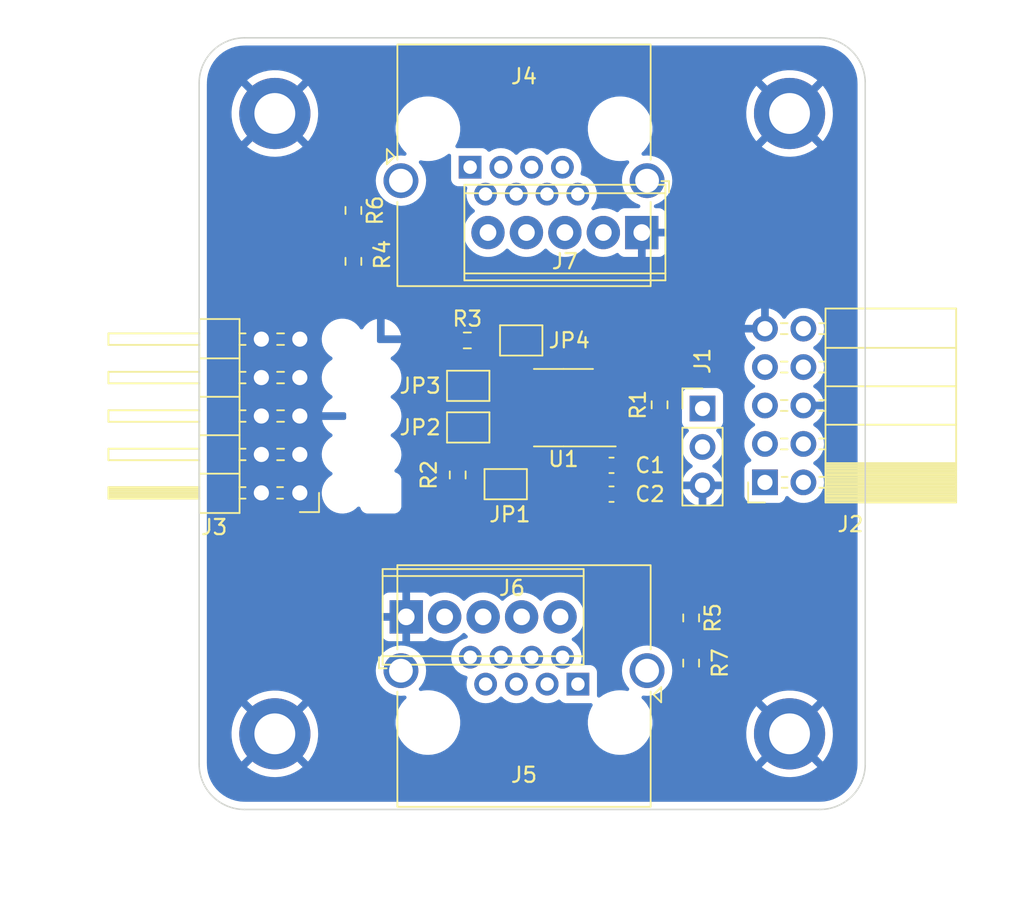
<source format=kicad_pcb>
(kicad_pcb (version 20211014) (generator pcbnew)
  (layers (0 "F.Cu" signal) (31 "B.Cu" signal) (34 "B.Paste" user) (35 "F.Paste" user) (36 "B.SilkS" user "B.Silkscreen") (37 "F.SilkS" user "F.Silkscreen") (38 "B.Mask" user) (39 "F.Mask" user) (44 "Edge.Cuts" user))
  (net 0 "")
  (net 1 "+5V")
  (net 2 "GND")
  (net 3 "/RoboClaw_S1_MCU_TX")
  (net 4 "/RoboClaw_S2_MCU_RX")
  (net 5 "/RoboClaw_S3")
  (net 6 "/RoboClaw_LB_IN")
  (net 7 "/RoboClaw_1A")
  (net 8 "/RoboClaw_1B")
  (net 9 "Net-(J4-Pad1)")
  (net 10 "/MCU_RX_RS_485_Y")
  (net 11 "Net-(J4-PadSH)")
  (net 12 "/MCU_RX_RS_485_Z")
  (net 13 "/MCU_TX_RS_485_B")
  (net 14 "/MCU_TX_RS_485_A")
  (net 15 "Net-(J5-Pad4)")
  (net 16 "Net-(JP1-Pad2)")
  (net 17 "Net-(JP2-Pad2)")
  (net 18 "Net-(JP3-Pad2)")
  (net 21 "Net-(JP4-Pad2)")
  (net 22 "Net-(J5-PadSH)")
  (footprint "Resistor_SMD:R_0603_1608Metric" (layer "F.Cu") (at 145.5 131.325 90)
    (fp_text reference "R7" (at 0 1.905 90) (layer "F.SilkS"))
    (fp_text value "0R")
    (fp_line (start -0.237258 0.5225) (end 0.237258 0.5225) (layer "F.SilkS") (width 0.12))
    (fp_line (start -0.237258 -0.5225) (end 0.237258 -0.5225) (layer "F.SilkS") (width 0.12))
    (pad "1" smd roundrect (at -0.825 0 90) (size 0.8 0.95) (layers "F.Cu" "F.Paste" "F.Mask") (net 15 "Net-(J5-Pad4)"))
    (pad "2" smd roundrect (at 0.825 0 90) (size 0.8 0.95) (layers "F.Cu" "F.Paste" "F.Mask") (net 2 "GND"))
  )
  (footprint "TerminalBlock_Phoenix:TerminalBlock_Phoenix_MPT-0,5-5-2.54_1x05_P2.54mm_Horizontal" (layer "F.Cu") (at 142.24 102.87 180)
    (fp_text reference "J7" (at 5.08 -1.905) (layer "F.SilkS"))
    (fp_text value "Screw_Terminal_01x05")
    (fp_line (start -1.56 3.16) (end 11.72 3.16) (layer "F.SilkS") (width 0.12))
    (fp_line (start -1.8 3.4) (end -1.3 3.4) (layer "F.SilkS") (width 0.12))
    (fp_line (start -1.56 -3.16) (end -1.56 3.16) (layer "F.SilkS") (width 0.12))
    (fp_line (start -1.56 -3.16) (end 11.72 -3.16) (layer "F.SilkS") (width 0.12))
    (fp_line (start -1.8 2.66) (end -1.8 3.4) (layer "F.SilkS") (width 0.12))
    (fp_line (start -1.56 -2.7) (end 11.72 -2.7) (layer "F.SilkS") (width 0.12))
    (fp_line (start 11.72 -3.16) (end 11.72 3.16) (layer "F.SilkS") (width 0.12))
    (fp_line (start -1.56 2.6) (end 11.72 2.6) (layer "F.SilkS") (width 0.12))
    (pad "1" thru_hole rect (at 0 0 180) (size 2.2 2.2) (drill 1.1) (layers *.Cu *.Mask) (net 2 "GND"))
    (pad "2" thru_hole circle (at 2.54 0 180) (size 2.2 2.2) (drill 1.1) (layers *.Cu *.Mask) (net 10 "/MCU_RX_RS_485_Y"))
    (pad "3" thru_hole circle (at 5.08 0 180) (size 2.2 2.2) (drill 1.1) (layers *.Cu *.Mask) (net 12 "/MCU_RX_RS_485_Z"))
    (pad "4" thru_hole circle (at 7.62 0 180) (size 2.2 2.2) (drill 1.1) (layers *.Cu *.Mask) (net 13 "/MCU_TX_RS_485_B"))
    (pad "5" thru_hole circle (at 10.16 0 180) (size 2.2 2.2) (drill 1.1) (layers *.Cu *.Mask) (net 14 "/MCU_TX_RS_485_A"))
  )
  (footprint "TerminalBlock_Phoenix:TerminalBlock_Phoenix_MPT-0,5-5-2.54_1x05_P2.54mm_Horizontal" (layer "F.Cu") (at 126.68 128.27)
    (fp_text reference "J6" (at 6.985 -1.905) (layer "F.SilkS"))
    (fp_text value "Screw_Terminal_01x05")
    (fp_line (start -1.56 2.6) (end 11.72 2.6) (layer "F.SilkS") (width 0.12))
    (fp_line (start -1.56 -3.16) (end -1.56 3.16) (layer "F.SilkS") (width 0.12))
    (fp_line (start -1.56 -2.7) (end 11.72 -2.7) (layer "F.SilkS") (width 0.12))
    (fp_line (start -1.8 3.4) (end -1.3 3.4) (layer "F.SilkS") (width 0.12))
    (fp_line (start 11.72 -3.16) (end 11.72 3.16) (layer "F.SilkS") (width 0.12))
    (fp_line (start -1.8 2.66) (end -1.8 3.4) (layer "F.SilkS") (width 0.12))
    (fp_line (start -1.56 3.16) (end 11.72 3.16) (layer "F.SilkS") (width 0.12))
    (fp_line (start -1.56 -3.16) (end 11.72 -3.16) (layer "F.SilkS") (width 0.12))
    (pad "1" thru_hole rect (at 0 0) (size 2.2 2.2) (drill 1.1) (layers *.Cu *.Mask) (net 2 "GND"))
    (pad "2" thru_hole circle (at 2.54 0) (size 2.2 2.2) (drill 1.1) (layers *.Cu *.Mask) (net 10 "/MCU_RX_RS_485_Y"))
    (pad "3" thru_hole circle (at 5.08 0) (size 2.2 2.2) (drill 1.1) (layers *.Cu *.Mask) (net 12 "/MCU_RX_RS_485_Z"))
    (pad "4" thru_hole circle (at 7.62 0) (size 2.2 2.2) (drill 1.1) (layers *.Cu *.Mask) (net 13 "/MCU_TX_RS_485_B"))
    (pad "5" thru_hole circle (at 10.16 0) (size 2.2 2.2) (drill 1.1) (layers *.Cu *.Mask) (net 14 "/MCU_TX_RS_485_A"))
  )
  (footprint "MountingHole:MountingHole_2.7mm_M2.5_DIN965_Pad" (layer "F.Cu") (at 152 136)
    (fp_text reference "H2" hide)
    (fp_text value "MountingHole_Pad")
    (pad "1" thru_hole circle (at 0 0) (size 4.7 4.7) (drill 2.7) (layers *.Cu *.Mask) (net 2 "GND"))
  )
  (footprint "Jumper:SolderJumper-2_P1.3mm_Open_TrianglePad1.0x1.5mm" (layer "F.Cu") (at 134.275 110 180)
    (fp_text reference "JP4" (at -3.175 0) (layer "F.SilkS"))
    (fp_text value "SolderJumper_2_Open" hide)
    (fp_line (start 1.4 -1) (end 1.4 1) (layer "F.SilkS") (width 0.12))
    (fp_line (start -1.4 1) (end -1.4 -1) (layer "F.SilkS") (width 0.12))
    (fp_line (start -1.4 -1) (end 1.4 -1) (layer "F.SilkS") (width 0.12))
    (fp_line (start 1.4 1) (end -1.4 1) (layer "F.SilkS") (width 0.12))
    (pad "1" smd custom (at -0.725 0 180) (size 0.3 0.3) (layers "F.Cu" "F.Mask") (net 10 "/MCU_RX_RS_485_Y") (options (clearance outline) (anchor rect)) (primitives (gr_poly (pts (xy 1 0) (xy 0.5 0.75) (xy -0.5 0.75) (xy -0.5 -0.75) (xy 0.5 -0.75)) (width 0) (fill yes))))
    (pad "2" smd custom (at 0.725 0 180) (size 0.3 0.3) (layers "F.Cu" "F.Mask") (net 21 "Net-(JP4-Pad2)") (options (clearance outline) (anchor rect)) (primitives (gr_poly (pts (xy 0.5 0.75) (xy -0.65 0.75) (xy -0.15 0) (xy -0.65 -0.75) (xy 0.5 -0.75)) (width 0) (fill yes))))
  )
  (footprint "Resistor_SMD:R_0603_1608Metric" (layer "F.Cu") (at 123.19 104.775 90)
    (fp_text reference "R4" (at 0.445 1.905 90) (layer "F.SilkS"))
    (fp_text value "DNP")
    (fp_line (start -0.237258 -0.5225) (end 0.237258 -0.5225) (layer "F.SilkS") (width 0.12))
    (fp_line (start -0.237258 0.5225) (end 0.237258 0.5225) (layer "F.SilkS") (width 0.12))
    (pad "1" smd roundrect (at -0.825 0 90) (size 0.8 0.95) (layers "F.Cu" "F.Paste" "F.Mask") (net 2 "GND"))
    (pad "2" smd roundrect (at 0.825 0 90) (size 0.8 0.95) (layers "F.Cu" "F.Paste" "F.Mask") (net 11 "Net-(J4-PadSH)"))
  )
  (footprint "Jumper:SolderJumper-2_P1.3mm_Open_TrianglePad1.0x1.5mm" (layer "F.Cu") (at 133.25 119.5 180)
    (fp_text reference "JP1" (at -0.275 -2) (layer "F.SilkS"))
    (fp_text value "SolderJumper_2_Open" hide)
    (fp_line (start 1.4 1) (end -1.4 1) (layer "F.SilkS") (width 0.12))
    (fp_line (start -1.4 -1) (end 1.4 -1) (layer "F.SilkS") (width 0.12))
    (fp_line (start -1.4 1) (end -1.4 -1) (layer "F.SilkS") (width 0.12))
    (fp_line (start 1.4 -1) (end 1.4 1) (layer "F.SilkS") (width 0.12))
    (pad "1" smd custom (at -0.725 0 180) (size 0.3 0.3) (layers "F.Cu" "F.Mask") (net 14 "/MCU_TX_RS_485_A") (options (clearance outline) (anchor rect)) (primitives (gr_poly (pts (xy 1 0) (xy 0.5 0.75) (xy -0.5 0.75) (xy -0.5 -0.75) (xy 0.5 -0.75)) (width 0) (fill yes))))
    (pad "2" smd custom (at 0.725 0 180) (size 0.3 0.3) (layers "F.Cu" "F.Mask") (net 16 "Net-(JP1-Pad2)") (options (clearance outline) (anchor rect)) (primitives (gr_poly (pts (xy 0.5 0.75) (xy -0.65 0.75) (xy -0.15 0) (xy -0.65 -0.75) (xy 0.5 -0.75)) (width 0) (fill yes))))
  )
  (footprint "Jumper:SolderJumper-2_P1.3mm_Open_TrianglePad1.0x1.5mm" (layer "F.Cu") (at 130.775 113 180)
    (fp_text reference "JP3" (at 3.175 0) (layer "F.SilkS"))
    (fp_text value "SolderJumper_2_Open" hide)
    (fp_line (start 1.4 -1) (end 1.4 1) (layer "F.SilkS") (width 0.12))
    (fp_line (start -1.4 1) (end -1.4 -1) (layer "F.SilkS") (width 0.12))
    (fp_line (start 1.4 1) (end -1.4 1) (layer "F.SilkS") (width 0.12))
    (fp_line (start -1.4 -1) (end 1.4 -1) (layer "F.SilkS") (width 0.12))
    (pad "1" smd custom (at -0.725 0 180) (size 0.3 0.3) (layers "F.Cu" "F.Mask") (net 12 "/MCU_RX_RS_485_Z") (options (clearance outline) (anchor rect)) (primitives (gr_poly (pts (xy 1 0) (xy 0.5 0.75) (xy -0.5 0.75) (xy -0.5 -0.75) (xy 0.5 -0.75)) (width 0) (fill yes))))
    (pad "2" smd custom (at 0.725 0 180) (size 0.3 0.3) (layers "F.Cu" "F.Mask") (net 18 "Net-(JP3-Pad2)") (options (clearance outline) (anchor rect)) (primitives (gr_poly (pts (xy 0.5 0.75) (xy -0.65 0.75) (xy -0.15 0) (xy -0.65 -0.75) (xy 0.5 -0.75)) (width 0) (fill yes))))
  )
  (footprint "MountingHole:MountingHole_2.7mm_M2.5_DIN965_Pad" (layer "F.Cu") (at 152 95)
    (fp_text reference "H4" hide)
    (fp_text value "MountingHole_Pad")
    (pad "1" thru_hole circle (at 0 0) (size 4.7 4.7) (drill 2.7) (layers *.Cu *.Mask) (net 2 "GND"))
  )
  (footprint "Resistor_SMD:R_0603_1608Metric" (layer "F.Cu") (at 143.415 114.255 90)
    (fp_text reference "R1" (at 0 -1.43 90) (layer "F.SilkS"))
    (fp_text value "4k7")
    (fp_line (start -0.237258 -0.5225) (end 0.237258 -0.5225) (layer "F.SilkS") (width 0.12))
    (fp_line (start -0.237258 0.5225) (end 0.237258 0.5225) (layer "F.SilkS") (width 0.12))
    (pad "1" smd roundrect (at -0.825 0 90) (size 0.8 0.95) (layers "F.Cu" "F.Paste" "F.Mask") (net 1 "+5V"))
    (pad "2" smd roundrect (at 0.825 0 90) (size 0.8 0.95) (layers "F.Cu" "F.Paste" "F.Mask") (net 4 "/RoboClaw_S2_MCU_RX"))
  )
  (footprint "Connector_PinHeader_2.54mm:PinHeader_2x05_P2.54mm_Horizontal" (layer "F.Cu") (at 119.65 120.075 180)
    (fp_text reference "J3" (at 5.655 -2.27) (layer "F.SilkS"))
    (fp_text value "Rover_RoboClaw_Header_Passthrough")
    (fp_line (start 3.98 -1.33) (end 3.98 11.49) (layer "F.SilkS") (width 0.12))
    (fp_line (start 6.64 -0.08) (end 12.64 -0.08) (layer "F.SilkS") (width 0.12))
    (fp_line (start 12.64 10.54) (end 6.64 10.54) (layer "F.SilkS") (width 0.12))
    (fp_line (start 6.64 7.24) (end 12.64 7.24) (layer "F.SilkS") (width 0.12))
    (fp_line (start -1.27 -1.27) (end 0 -1.27) (layer "F.SilkS") (width 0.12))
    (fp_line (start 6.64 -0.2) (end 12.64 -0.2) (layer "F.SilkS") (width 0.12))
    (fp_line (start 12.64 5.46) (end 6.64 5.46) (layer "F.SilkS") (width 0.12))
    (fp_line (start 1.042929 8) (end 1.497071 8) (layer "F.SilkS") (width 0.12))
    (fp_line (start 12.64 -0.38) (end 12.64 0.38) (layer "F.SilkS") (width 0.12))
    (fp_line (start 1.042929 4.7) (end 1.497071 4.7) (layer "F.SilkS") (width 0.12))
    (fp_line (start 1.11 0.38) (end 1.497071 0.38) (layer "F.SilkS") (width 0.12))
    (fp_line (start 6.64 2.16) (end 12.64 2.16) (layer "F.SilkS") (width 0.12))
    (fp_line (start 3.582929 8) (end 3.98 8) (layer "F.SilkS") (width 0.12))
    (fp_line (start 3.582929 5.46) (end 3.98 5.46) (layer "F.SilkS") (width 0.12))
    (fp_line (start 12.64 9.78) (end 12.64 10.54) (layer "F.SilkS") (width 0.12))
    (fp_line (start 1.042929 2.92) (end 1.497071 2.92) (layer "F.SilkS") (width 0.12))
    (fp_line (start 3.582929 4.7) (end 3.98 4.7) (layer "F.SilkS") (width 0.12))
    (fp_line (start 6.64 0.28) (end 12.64 0.28) (layer "F.SilkS") (width 0.12))
    (fp_line (start 1.11 -0.38) (end 1.497071 -0.38) (layer "F.SilkS") (width 0.12))
    (fp_line (start 12.64 8) (end 6.64 8) (layer "F.SilkS") (width 0.12))
    (fp_line (start 1.042929 7.24) (end 1.497071 7.24) (layer "F.SilkS") (width 0.12))
    (fp_line (start 12.64 0.38) (end 6.64 0.38) (layer "F.SilkS") (width 0.12))
    (fp_line (start 3.582929 2.92) (end 3.98 2.92) (layer "F.SilkS") (width 0.12))
    (fp_line (start 6.64 0.04) (end 12.64 0.04) (layer "F.SilkS") (width 0.12))
    (fp_line (start 1.042929 9.78) (end 1.497071 9.78) (layer "F.SilkS") (width 0.12))
    (fp_line (start 3.98 1.27) (end 6.64 1.27) (layer "F.SilkS") (width 0.12))
    (fp_line (start 3.582929 9.78) (end 3.98 9.78) (layer "F.SilkS") (width 0.12))
    (fp_line (start 3.98 3.81) (end 6.64 3.81) (layer "F.SilkS") (width 0.12))
    (fp_line (start 3.582929 -0.38) (end 3.98 -0.38) (layer "F.SilkS") (width 0.12))
    (fp_line (start 6.64 4.7) (end 12.64 4.7) (layer "F.SilkS") (width 0.12))
    (fp_line (start 6.64 11.49) (end 6.64 -1.33) (layer "F.SilkS") (width 0.12))
    (fp_line (start 1.042929 5.46) (end 1.497071 5.46) (layer "F.SilkS") (width 0.12))
    (fp_line (start 6.64 -1.33) (end 3.98 -1.33) (layer "F.SilkS") (width 0.12))
    (fp_line (start 3.582929 10.54) (end 3.98 10.54) (layer "F.SilkS") (width 0.12))
    (fp_line (start 3.582929 7.24) (end 3.98 7.24) (layer "F.SilkS") (width 0.12))
    (fp_line (start 12.64 2.92) (end 6.64 2.92) (layer "F.SilkS") (width 0.12))
    (fp_line (start 1.042929 2.16) (end 1.497071 2.16) (layer "F.SilkS") (width 0.12))
    (fp_line (start -1.27 0) (end -1.27 -1.27) (layer "F.SilkS") (width 0.12))
    (fp_line (start 3.582929 2.16) (end 3.98 2.16) (layer "F.SilkS") (width 0.12))
    (fp_line (start 6.64 -0.32) (end 12.64 -0.32) (layer "F.SilkS") (width 0.12))
    (fp_line (start 1.042929 10.54) (end 1.497071 10.54) (layer "F.SilkS") (width 0.12))
    (fp_line (start 6.64 -0.38) (end 12.64 -0.38) (layer "F.SilkS") (width 0.12))
    (fp_line (start 6.64 0.16) (end 12.64 0.16) (layer "F.SilkS") (width 0.12))
    (fp_line (start 3.98 6.35) (end 6.64 6.35) (layer "F.SilkS") (width 0.12))
    (fp_line (start 3.98 8.89) (end 6.64 8.89) (layer "F.SilkS") (width 0.12))
    (fp_line (start 3.98 11.49) (end 6.64 11.49) (layer "F.SilkS") (width 0.12))
    (fp_line (start 12.64 4.7) (end 12.64 5.46) (layer "F.SilkS") (width 0.12))
    (fp_line (start 12.64 7.24) (end 12.64 8) (layer "F.SilkS") (width 0.12))
    (fp_line (start 3.582929 0.38) (end 3.98 0.38) (layer "F.SilkS") (width 0.12))
    (fp_line (start 6.64 9.78) (end 12.64 9.78) (layer "F.SilkS") (width 0.12))
    (fp_line (start 12.64 2.16) (end 12.64 2.92) (layer "F.SilkS") (width 0.12))
    (pad "1" thru_hole rect (at 0 0 180) (size 1.7 1.7) (drill 1) (layers *.Cu *.Mask) (net 5 "/RoboClaw_S3"))
    (pad "2" thru_hole oval (at 2.54 0 180) (size 1.7 1.7) (drill 1) (layers *.Cu *.Mask) (net 8 "/RoboClaw_1B"))
    (pad "3" thru_hole oval (at 0 2.54 180) (size 1.7 1.7) (drill 1) (layers *.Cu *.Mask))
    (pad "4" thru_hole oval (at 2.54 2.54 180) (size 1.7 1.7) (drill 1) (layers *.Cu *.Mask) (net 7 "/RoboClaw_1A"))
    (pad "5" thru_hole oval (at 0 5.08 180) (size 1.7 1.7) (drill 1) (layers *.Cu *.Mask))
    (pad "6" thru_hole oval (at 2.54 5.08 180) (size 1.7 1.7) (drill 1) (layers *.Cu *.Mask) (net 2 "GND"))
    (pad "7" thru_hole oval (at 0 7.62 180) (size 1.7 1.7) (drill 1) (layers *.Cu *.Mask) (net 1 "+5V"))
    (pad "8" thru_hole oval (at 2.54 7.62 180) (size 1.7 1.7) (drill 1) (layers *.Cu *.Mask) (net 1 "+5V"))
    (pad "9" thru_hole oval (at 0 10.16 180) (size 1.7 1.7) (drill 1) (layers *.Cu *.Mask) (net 2 "GND"))
    (pad "10" thru_hole oval (at 2.54 10.16 180) (size 1.7 1.7) (drill 1) (layers *.Cu *.Mask) (net 6 "/RoboClaw_LB_IN"))
  )
  (footprint "Connector_PinHeader_2.54mm:PinHeader_1x03_P2.54mm_Vertical" (layer "F.Cu") (at 146.25 114.5)
    (fp_text reference "J1" (at 0 -3.145 90) (layer "F.SilkS"))
    (fp_text value "Conn_01x03")
    (fp_line (start -1.33 6.41) (end 1.33 6.41) (layer "F.SilkS") (width 0.12))
    (fp_line (start -1.33 1.27) (end -1.33 6.41) (layer "F.SilkS") (width 0.12))
    (fp_line (start -1.33 0) (end -1.33 -1.33) (layer "F.SilkS") (width 0.12))
    (fp_line (start 1.33 1.27) (end 1.33 6.41) (layer "F.SilkS") (width 0.12))
    (fp_line (start -1.33 1.27) (end 1.33 1.27) (layer "F.SilkS") (width 0.12))
    (fp_line (start -1.33 -1.33) (end 0 -1.33) (layer "F.SilkS") (width 0.12))
    (pad "1" thru_hole rect (at 0 0) (size 1.7 1.7) (drill 1) (layers *.Cu *.Mask) (net 3 "/RoboClaw_S1_MCU_TX"))
    (pad "2" thru_hole oval (at 0 2.54) (size 1.7 1.7) (drill 1) (layers *.Cu *.Mask) (net 4 "/RoboClaw_S2_MCU_RX"))
    (pad "3" thru_hole oval (at 0 5.08) (size 1.7 1.7) (drill 1) (layers *.Cu *.Mask) (net 2 "GND"))
  )
  (footprint "Connector_PinSocket_2.54mm:PinSocket_2x05_P2.54mm_Horizontal" (layer "F.Cu") (at 150.375 119.38 180)
    (fp_text reference "J2" (at -5.65 -2.77) (layer "F.SilkS"))
    (fp_text value "RoboClaw_RS-485_Tranceiver")
    (fp_line (start -12.63 -0.147145) (end -4 -0.147145) (layer "F.SilkS") (width 0.12))
    (fp_line (start -12.63 -0.73762) (end -4 -0.73762) (layer "F.SilkS") (width 0.12))
    (fp_line (start -4 7.26) (end -3.59 7.26) (layer "F.SilkS") (width 0.12))
    (fp_line (start -12.63 0.325235) (end -4 0.325235) (layer "F.SilkS") (width 0.12))
    (fp_line (start -12.63 -0.855715) (end -4 -0.855715) (layer "F.SilkS") (width 0.12))
    (fp_line (start -12.63 -0.97381) (end -4 -0.97381) (layer "F.SilkS") (width 0.12))
    (fp_line (start -4 -0.36) (end -3.59 -0.36) (layer "F.SilkS") (width 0.12))
    (fp_line (start -12.63 3.81) (end -4 3.81) (layer "F.SilkS") (width 0.12))
    (fp_line (start -12.63 1.1519) (end -4 1.1519) (layer "F.SilkS") (width 0.12))
    (fp_line (start -1.49 5.44) (end -1.05 5.44) (layer "F.SilkS") (width 0.12))
    (fp_line (start -12.63 -0.02905) (end -4 -0.02905) (layer "F.SilkS") (width 0.12))
    (fp_line (start -4 7.98) (end -3.59 7.98) (layer "F.SilkS") (width 0.12))
    (fp_line (start -12.63 -1.21) (end -4 -1.21) (layer "F.SilkS") (width 0.12))
    (fp_line (start -4 9.8) (end -3.59 9.8) (layer "F.SilkS") (width 0.12))
    (fp_line (start -4 2.9) (end -3.59 2.9) (layer "F.SilkS") (width 0.12))
    (fp_line (start -1.49 7.26) (end -1.05 7.26) (layer "F.SilkS") (width 0.12))
    (fp_line (start -1.49 2.18) (end -1.05 2.18) (layer "F.SilkS") (width 0.12))
    (fp_line (start -12.63 8.89) (end -4 8.89) (layer "F.SilkS") (width 0.12))
    (fp_line (start -12.63 -0.26524) (end -4 -0.26524) (layer "F.SilkS") (width 0.12))
    (fp_line (start -4 10.52) (end -3.59 10.52) (layer "F.SilkS") (width 0.12))
    (fp_line (start -1.49 7.98) (end -1.05 7.98) (layer "F.SilkS") (width 0.12))
    (fp_line (start -12.63 0.91571) (end -4 0.91571) (layer "F.SilkS") (width 0.12))
    (fp_line (start -12.63 0.44333) (end -4 0.44333) (layer "F.SilkS") (width 0.12))
    (fp_line (start -12.63 6.35) (end -4 6.35) (layer "F.SilkS") (width 0.12))
    (fp_line (start -12.63 0.20714) (end -4 0.20714) (layer "F.SilkS") (width 0.12))
    (fp_line (start -1.49 0.36) (end -1.11 0.36) (layer "F.SilkS") (width 0.12))
    (fp_line (start -4 -1.33) (end -4 11.49) (layer "F.SilkS") (width 0.12))
    (fp_line (start -12.63 0.797615) (end -4 0.797615) (layer "F.SilkS") (width 0.12))
    (fp_line (start -1.49 9.8) (end -1.05 9.8) (layer "F.SilkS") (width 0.12))
    (fp_line (start -12.63 1.27) (end -4 1.27) (layer "F.SilkS") (width 0.12))
    (fp_line (start 0 -1.33) (end 1.11 -1.33) (layer "F.SilkS") (width 0.12))
    (fp_line (start -1.49 4.72) (end -1.05 4.72) (layer "F.SilkS") (width 0.12))
    (fp_line (start -4 5.44) (end -3.59 5.44) (layer "F.SilkS") (width 0.12))
    (fp_line (start -12.63 11.49) (end -4 11.49) (layer "F.SilkS") (width 0.12))
    (fp_line (start -1.49 2.9) (end -1.05 2.9) (layer "F.SilkS") (width 0.12))
    (fp_line (start -1.49 10.52) (end -1.05 10.52) (layer "F.SilkS") (width 0.12))
    (fp_line (start -12.63 0.67952) (end -4 0.67952) (layer "F.SilkS") (width 0.12))
    (fp_line (start -12.63 -1.33) (end -4 -1.33) (layer "F.SilkS") (width 0.12))
    (fp_line (start -4 2.18) (end -3.59 2.18) (layer "F.SilkS") (width 0.12))
    (fp_line (start -12.63 -1.091905) (end -4 -1.091905) (layer "F.SilkS") (width 0.12))
    (fp_line (start -12.63 -0.619525) (end -4 -0.619525) (layer "F.SilkS") (width 0.12))
    (fp_line (start -12.63 -1.33) (end -12.63 11.49) (layer "F.SilkS") (width 0.12))
    (fp_line (start 1.11 -1.33) (end 1.11 0) (layer "F.SilkS") (width 0.12))
    (fp_line (start -12.63 -0.383335) (end -4 -0.383335) (layer "F.SilkS") (width 0.12))
    (fp_line (start -12.63 0.561425) (end -4 0.561425) (layer "F.SilkS") (width 0.12))
    (fp_line (start -1.49 -0.36) (end -1.11 -0.36) (layer "F.SilkS") (width 0.12))
    (fp_line (start -12.63 0.089045) (end -4 0.089045) (layer "F.SilkS") (width 0.12))
    (fp_line (start -12.63 1.033805) (end -4 1.033805) (layer "F.SilkS") (width 0.12))
    (fp_line (start -12.63 -0.50143) (end -4 -0.50143) (layer "F.SilkS") (width 0.12))
    (fp_line (start -4 4.72) (end -3.59 4.72) (layer "F.SilkS") (width 0.12))
    (fp_line (start -4 0.36) (end -3.59 0.36) (layer "F.SilkS") (width 0.12))
    (pad "1" thru_hole rect (at 0 0 180) (size 1.7 1.7) (drill 1) (layers *.Cu *.Mask) (net 5 "/RoboClaw_S3"))
    (pad "2" thru_hole oval (at -2.54 0 180) (size 1.7 1.7) (drill 1) (layers *.Cu *.Mask) (net 8 "/RoboClaw_1B"))
    (pad "3" thru_hole oval (at 0 2.54 180) (size 1.7 1.7) (drill 1) (layers *.Cu *.Mask) (net 4 "/RoboClaw_S2_MCU_RX"))
    (pad "4" thru_hole oval (at -2.54 2.54 180) (size 1.7 1.7) (drill 1) (layers *.Cu *.Mask) (net 7 "/RoboClaw_1A"))
    (pad "5" thru_hole oval (at 0 5.08 180) (size 1.7 1.7) (drill 1) (layers *.Cu *.Mask) (net 3 "/RoboClaw_S1_MCU_TX"))
    (pad "6" thru_hole oval (at -2.54 5.08 180) (size 1.7 1.7) (drill 1) (layers *.Cu *.Mask) (net 2 "GND"))
    (pad "7" thru_hole oval (at 0 7.62 180) (size 1.7 1.7) (drill 1) (layers *.Cu *.Mask) (net 1 "+5V"))
    (pad "8" thru_hole oval (at -2.54 7.62 180) (size 1.7 1.7) (drill 1) (layers *.Cu *.Mask) (net 1 "+5V"))
    (pad "9" thru_hole oval (at 0 10.16 180) (size 1.7 1.7) (drill 1) (layers *.Cu *.Mask) (net 2 "GND"))
    (pad "10" thru_hole oval (at -2.54 10.16 180) (size 1.7 1.7) (drill 1) (layers *.Cu *.Mask) (net 6 "/RoboClaw_LB_IN"))
  )
  (footprint "Capacitor_SMD:C_0603_1608Metric" (layer "F.Cu") (at 140.24 120.16 180)
    (fp_text reference "C2" (at -2.54 0) (layer "F.SilkS"))
    (fp_text value "1u")
    (fp_line (start -0.14058 0.51) (end 0.14058 0.51) (layer "F.SilkS") (width 0.12))
    (fp_line (start -0.14058 -0.51) (end 0.14058 -0.51) (layer "F.SilkS") (width 0.12))
    (pad "1" smd roundrect (at -0.775 0 180) (size 0.9 0.95) (layers "F.Cu" "F.Paste" "F.Mask") (net 1 "+5V"))
    (pad "2" smd roundrect (at 0.775 0 180) (size 0.9 0.95) (layers "F.Cu" "F.Paste" "F.Mask") (net 2 "GND"))
  )
  (footprint "MountingHole:MountingHole_2.7mm_M2.5_DIN965_Pad" (layer "F.Cu") (at 118 136)
    (fp_text reference "H1" hide)
    (fp_text value "MountingHole_Pad")
    (pad "1" thru_hole circle (at 0 0) (size 4.7 4.7) (drill 2.7) (layers *.Cu *.Mask) (net 2 "GND"))
  )
  (footprint "Resistor_SMD:R_0603_1608Metric" (layer "F.Cu") (at 123.19 101.41 -90)
    (fp_text reference "R6" (at 0 -1.43 90) (layer "F.SilkS"))
    (fp_text value "0R")
    (fp_line (start -0.237258 0.5225) (end 0.237258 0.5225) (layer "F.SilkS") (width 0.12))
    (fp_line (start -0.237258 -0.5225) (end 0.237258 -0.5225) (layer "F.SilkS") (width 0.12))
    (pad "1" smd roundrect (at -0.825 0 270) (size 0.8 0.95) (layers "F.Cu" "F.Paste" "F.Mask") (net 9 "Net-(J4-Pad1)"))
    (pad "2" smd roundrect (at 0.825 0 270) (size 0.8 0.95) (layers "F.Cu" "F.Paste" "F.Mask") (net 2 "GND"))
  )
  (footprint "Resistor_SMD:R_0603_1608Metric" (layer "F.Cu") (at 130.715 110)
    (fp_text reference "R3" (at 0 -1.43) (layer "F.SilkS"))
    (fp_text value "120R")
    (fp_line (start -0.237258 0.5225) (end 0.237258 0.5225) (layer "F.SilkS") (width 0.12))
    (fp_line (start -0.237258 -0.5225) (end 0.237258 -0.5225) (layer "F.SilkS") (width 0.12))
    (pad "1" smd roundrect (at -0.825 0) (size 0.8 0.95) (layers "F.Cu" "F.Paste" "F.Mask") (net 18 "Net-(JP3-Pad2)"))
    (pad "2" smd roundrect (at 0.825 0) (size 0.8 0.95) (layers "F.Cu" "F.Paste" "F.Mask") (net 21 "Net-(JP4-Pad2)"))
  )
  (footprint "MountingHole:MountingHole_2.7mm_M2.5_DIN965_Pad" (layer "F.Cu") (at 118 95)
    (fp_text reference "H3" hide)
    (fp_text value "MountingHole_Pad")
    (pad "1" thru_hole circle (at 0 0) (size 4.7 4.7) (drill 2.7) (layers *.Cu *.Mask) (net 2 "GND"))
  )
  (footprint "Package_SO:SOIC-8_3.9x4.9mm_P1.27mm" (layer "F.Cu") (at 137.065 114.445 180)
    (fp_text reference "U1" (at 0 -3.4) (layer "F.SilkS"))
    (fp_text value "MAX488E")
    (fp_line (start 0 -2.56) (end -3.45 -2.56) (layer "F.SilkS") (width 0.12))
    (fp_line (start 0 2.56) (end -1.95 2.56) (layer "F.SilkS") (width 0.12))
    (fp_line (start 0 -2.56) (end 1.95 -2.56) (layer "F.SilkS") (width 0.12))
    (fp_line (start 0 2.56) (end 1.95 2.56) (layer "F.SilkS") (width 0.12))
    (pad "1" smd roundrect (at -2.475 -1.905 180) (size 1.95 0.6) (layers "F.Cu" "F.Paste" "F.Mask") (net 1 "+5V"))
    (pad "2" smd roundrect (at -2.475 -0.635 180) (size 1.95 0.6) (layers "F.Cu" "F.Paste" "F.Mask") (net 3 "/RoboClaw_S1_MCU_TX"))
    (pad "3" smd roundrect (at -2.475 0.635 180) (size 1.95 0.6) (layers "F.Cu" "F.Paste" "F.Mask") (net 4 "/RoboClaw_S2_MCU_RX"))
    (pad "4" smd roundrect (at -2.475 1.905 180) (size 1.95 0.6) (layers "F.Cu" "F.Paste" "F.Mask") (net 2 "GND"))
    (pad "5" smd roundrect (at 2.475 1.905 180) (size 1.95 0.6) (layers "F.Cu" "F.Paste" "F.Mask") (net 10 "/MCU_RX_RS_485_Y"))
    (pad "6" smd roundrect (at 2.475 0.635 180) (size 1.95 0.6) (layers "F.Cu" "F.Paste" "F.Mask") (net 12 "/MCU_RX_RS_485_Z"))
    (pad "7" smd roundrect (at 2.475 -0.635 180) (size 1.95 0.6) (layers "F.Cu" "F.Paste" "F.Mask") (net 13 "/MCU_TX_RS_485_B"))
    (pad "8" smd roundrect (at 2.475 -1.905 180) (size 1.95 0.6) (layers "F.Cu" "F.Paste" "F.Mask") (net 14 "/MCU_TX_RS_485_A"))
  )
  (footprint "Connector_RJ:RJ45_Amphenol_RJHSE5380" (layer "F.Cu") (at 130.9 98.55)
    (fp_text reference "J4" (at 3.56 -6) (layer "F.SilkS"))
    (fp_text value "RJ45_Shielded")
    (fp_line (start 11.925 -8.11) (end 11.925 -0.5) (layer "F.SilkS") (width 0.12))
    (fp_line (start -4.805 7.86) (end -4.805 2.3) (layer "F.SilkS") (width 0.12))
    (fp_line (start 11.925 7.86) (end 11.925 2.3) (layer "F.SilkS") (width 0.12))
    (fp_line (start -4.76 7.86) (end 11.925 7.86) (layer "F.SilkS") (width 0.12))
    (fp_line (start -4.805 -8.11) (end -4.805 -0.5) (layer "F.SilkS") (width 0.12))
    (fp_line (start -5.5 -1.2) (end -5 -0.7) (layer "F.SilkS") (width 0.12))
    (fp_line (start -4.76 -8.11) (end 11.88 -8.11) (layer "F.SilkS") (width 0.12))
    (fp_line (start -5.5 -0.2) (end -5.5 -1.2) (layer "F.SilkS") (width 0.12))
    (fp_line (start -5 -0.7) (end -5.5 -0.2) (layer "F.SilkS") (width 0.12))
    (pad "" np_thru_hole circle (at 9.91 -2.54) (size 3.25 3.25) (drill 3.25) (layers *.Cu *.Mask))
    (pad "" np_thru_hole circle (at -2.79 -2.54) (size 3.25 3.25) (drill 3.25) (layers *.Cu *.Mask))
    (pad "1" thru_hole rect (at 0 0) (size 1.5 1.5) (drill 0.89) (layers *.Cu *.Mask) (net 9 "Net-(J4-Pad1)"))
    (pad "2" thru_hole circle (at 1.016 1.78) (size 1.5 1.5) (drill 0.89) (layers *.Cu *.Mask) (net 9 "Net-(J4-Pad1)"))
    (pad "3" thru_hole circle (at 2.032 0) (size 1.5 1.5) (drill 0.89) (layers *.Cu *.Mask) (net 10 "/MCU_RX_RS_485_Y"))
    (pad "4" thru_hole circle (at 3.048 1.78) (size 1.5 1.5) (drill 0.89) (layers *.Cu *.Mask) (net 9 "Net-(J4-Pad1)"))
    (pad "5" thru_hole circle (at 4.064 0) (size 1.5 1.5) (drill 0.89) (layers *.Cu *.Mask) (net 9 "Net-(J4-Pad1)"))
    (pad "6" thru_hole circle (at 5.08 1.78) (size 1.5 1.5) (drill 0.89) (layers *.Cu *.Mask) (net 12 "/MCU_RX_RS_485_Z"))
    (pad "7" thru_hole circle (at 6.096 0) (size 1.5 1.5) (drill 0.89) (layers *.Cu *.Mask) (net 13 "/MCU_TX_RS_485_B"))
    (pad "8" thru_hole circle (at 7.112 1.78) (size 1.5 1.5) (drill 0.89) (layers *.Cu *.Mask) (net 14 "/MCU_TX_RS_485_A"))
    (pad "SH" thru_hole circle (at -4.57 0.89) (size 2.3 2.3) (drill 1.57) (layers *.Cu *.Mask) (net 11 "Net-(J4-PadSH)"))
    (pad "SH" thru_hole circle (at 11.69 0.89) (size 2.3 2.3) (drill 1.57) (layers *.Cu *.Mask) (net 11 "Net-(J4-PadSH)"))
  )
  (footprint "Resistor_SMD:R_0603_1608Metric" (layer "F.Cu") (at 130.08 118.89 90)
    (fp_text reference "R2" (at 0 -1.905 90) (layer "F.SilkS"))
    (fp_text value "120R")
    (fp_line (start -0.237258 -0.5225) (end 0.237258 -0.5225) (layer "F.SilkS") (width 0.12))
    (fp_line (start -0.237258 0.5225) (end 0.237258 0.5225) (layer "F.SilkS") (width 0.12))
    (pad "1" smd roundrect (at -0.825 0 90) (size 0.8 0.95) (layers "F.Cu" "F.Paste" "F.Mask") (net 16 "Net-(JP1-Pad2)"))
    (pad "2" smd roundrect (at 0.825 0 90) (size 0.8 0.95) (layers "F.Cu" "F.Paste" "F.Mask") (net 17 "Net-(JP2-Pad2)"))
  )
  (footprint "Resistor_SMD:R_0603_1608Metric" (layer "F.Cu") (at 145.5 128.34 -90)
    (fp_text reference "R5" (at 0 -1.43 90) (layer "F.SilkS"))
    (fp_text value "DNP")
    (fp_line (start -0.237258 0.5225) (end 0.237258 0.5225) (layer "F.SilkS") (width 0.12))
    (fp_line (start -0.237258 -0.5225) (end 0.237258 -0.5225) (layer "F.SilkS") (width 0.12))
    (pad "1" smd roundrect (at -0.825 0 270) (size 0.8 0.95) (layers "F.Cu" "F.Paste" "F.Mask") (net 2 "GND"))
    (pad "2" smd roundrect (at 0.825 0 270) (size 0.8 0.95) (layers "F.Cu" "F.Paste" "F.Mask") (net 22 "Net-(J5-PadSH)"))
  )
  (footprint "Jumper:SolderJumper-2_P1.3mm_Open_TrianglePad1.0x1.5mm" (layer "F.Cu") (at 130.775 115.75 180)
    (fp_text reference "JP2" (at 3.175 0) (layer "F.SilkS"))
    (fp_text value "SolderJumper_2_Open" hide)
    (fp_line (start 1.4 -1) (end 1.4 1) (layer "F.SilkS") (width 0.12))
    (fp_line (start -1.4 1) (end -1.4 -1) (layer "F.SilkS") (width 0.12))
    (fp_line (start 1.4 1) (end -1.4 1) (layer "F.SilkS") (width 0.12))
    (fp_line (start -1.4 -1) (end 1.4 -1) (layer "F.SilkS") (width 0.12))
    (pad "1" smd custom (at -0.725 0 180) (size 0.3 0.3) (layers "F.Cu" "F.Mask") (net 13 "/MCU_TX_RS_485_B") (options (clearance outline) (anchor rect)) (primitives (gr_poly (pts (xy 1 0) (xy 0.5 0.75) (xy -0.5 0.75) (xy -0.5 -0.75) (xy 0.5 -0.75)) (width 0) (fill yes))))
    (pad "2" smd custom (at 0.725 0 180) (size 0.3 0.3) (layers "F.Cu" "F.Mask") (net 17 "Net-(JP2-Pad2)") (options (clearance outline) (anchor rect)) (primitives (gr_poly (pts (xy 0.5 0.75) (xy -0.65 0.75) (xy -0.15 0) (xy -0.65 -0.75) (xy 0.5 -0.75)) (width 0) (fill yes))))
  )
  (footprint "Connector_RJ:RJ45_Amphenol_RJHSE5380" (layer "F.Cu") (at 138.02 132.715 180)
    (fp_text reference "J5" (at 3.56 -6) (layer "F.SilkS"))
    (fp_text value "RJ45_Shielded")
    (fp_line (start -5.5 -1.2) (end -5 -0.7) (layer "F.SilkS") (width 0.12))
    (fp_line (start -4.805 -8.11) (end -4.805 -0.5) (layer "F.SilkS") (width 0.12))
    (fp_line (start 11.925 7.86) (end 11.925 2.3) (layer "F.SilkS") (width 0.12))
    (fp_line (start -4.805 7.86) (end -4.805 2.3) (layer "F.SilkS") (width 0.12))
    (fp_line (start 11.925 -8.11) (end 11.925 -0.5) (layer "F.SilkS") (width 0.12))
    (fp_line (start -5 -0.7) (end -5.5 -0.2) (layer "F.SilkS") (width 0.12))
    (fp_line (start -4.76 -8.11) (end 11.88 -8.11) (layer "F.SilkS") (width 0.12))
    (fp_line (start -4.76 7.86) (end 11.925 7.86) (layer "F.SilkS") (width 0.12))
    (fp_line (start -5.5 -0.2) (end -5.5 -1.2) (layer "F.SilkS") (width 0.12))
    (pad "" np_thru_hole circle (at 9.91 -2.54 180) (size 3.25 3.25) (drill 3.25) (layers *.Cu *.Mask))
    (pad "" np_thru_hole circle (at -2.79 -2.54 180) (size 3.25 3.25) (drill 3.25) (layers *.Cu *.Mask))
    (pad "1" thru_hole rect (at 0 0 180) (size 1.5 1.5) (drill 0.89) (layers *.Cu *.Mask) (net 15 "Net-(J5-Pad4)"))
    (pad "2" thru_hole circle (at 1.016 1.78 180) (size 1.5 1.5) (drill 0.89) (layers *.Cu *.Mask) (net 15 "Net-(J5-Pad4)"))
    (pad "3" thru_hole circle (at 2.032 0 180) (size 1.5 1.5) (drill 0.89) (layers *.Cu *.Mask) (net 10 "/MCU_RX_RS_485_Y"))
    (pad "4" thru_hole circle (at 3.048 1.78 180) (size 1.5 1.5) (drill 0.89) (layers *.Cu *.Mask) (net 15 "Net-(J5-Pad4)"))
    (pad "5" thru_hole circle (at 4.064 0 180) (size 1.5 1.5) (drill 0.89) (layers *.Cu *.Mask) (net 15 "Net-(J5-Pad4)"))
    (pad "6" thru_hole circle (at 5.08 1.78 180) (size 1.5 1.5) (drill 0.89) (layers *.Cu *.Mask) (net 12 "/MCU_RX_RS_485_Z"))
    (pad "7" thru_hole circle (at 6.096 0 180) (size 1.5 1.5) (drill 0.89) (layers *.Cu *.Mask) (net 13 "/MCU_TX_RS_485_B"))
    (pad "8" thru_hole circle (at 7.112 1.78 180) (size 1.5 1.5) (drill 0.89) (layers *.Cu *.Mask) (net 14 "/MCU_TX_RS_485_A"))
    (pad "SH" thru_hole circle (at 11.69 0.89 180) (size 2.3 2.3) (drill 1.57) (layers *.Cu *.Mask) (net 22 "Net-(J5-PadSH)"))
    (pad "SH" thru_hole circle (at -4.57 0.89 180) (size 2.3 2.3) (drill 1.57) (layers *.Cu *.Mask) (net 22 "Net-(J5-PadSH)"))
  )
  (footprint "Capacitor_SMD:C_0603_1608Metric" (layer "F.Cu") (at 140.24 118.255 180)
    (fp_text reference "C1" (at -2.54 0) (layer "F.SilkS"))
    (fp_text value "100n")
    (fp_line (start -0.14058 0.51) (end 0.14058 0.51) (layer "F.SilkS") (width 0.12))
    (fp_line (start -0.14058 -0.51) (end 0.14058 -0.51) (layer "F.SilkS") (width 0.12))
    (pad "1" smd roundrect (at -0.775 0 180) (size 0.9 0.95) (layers "F.Cu" "F.Paste" "F.Mask") (net 1 "+5V"))
    (pad "2" smd roundrect (at 0.775 0 180) (size 0.9 0.95) (layers "F.Cu" "F.Paste" "F.Mask") (net 2 "GND"))
  )
  (gr_arc (start 157 138) (mid 156.12132 140.12132) (end 154 141) (layer "Edge.Cuts") (width 0.1))
  (gr_arc (start 113 93) (mid 113.87868 90.87868) (end 116 90) (layer "Edge.Cuts") (width 0.1))
  (gr_line (start 116 90) (end 154 90) (layer "Edge.Cuts") (width 0.1))
  (gr_arc (start 116 141) (mid 113.87868 140.12132) (end 113 138) (layer "Edge.Cuts") (width 0.1))
  (gr_arc (start 154 90) (mid 156.12132 90.87868) (end 157 93) (layer "Edge.Cuts") (width 0.1))
  (gr_line (start 154 141) (end 116 141) (layer "Edge.Cuts") (width 0.1))
  (gr_line (start 157 93) (end 157 138) (layer "Edge.Cuts") (width 0.1))
  (gr_line (start 113 138) (end 113 93) (layer "Edge.Cuts") (width 0.1))
  (zone (net 2) (net_name "GND") (layer "B.Cu") (connect_pads (clearance 0.508)) (min_thickness 0.254) (fill yes (thermal_gap 0.508) (thermal_bridge_width 0.508))
    (polygon (pts (xy 167.5 147.5) (xy 107.5 147.5) (xy 107.5 87.5) (xy 167.5 87.5)))
  )
)
</source>
